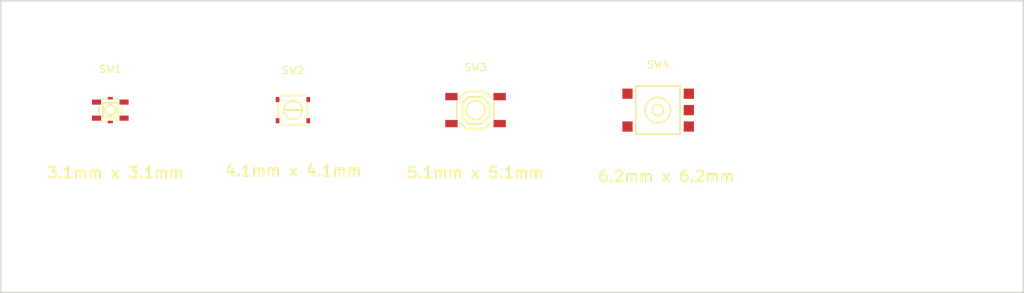
<source format=kicad_pcb>
(kicad_pcb (version 20240108) (generator "pcbnew") (generator_version "8.0")
  (layers (0 "F.Cu" signal) (31 "B.Cu" signal) (34 "B.Paste" user) (35 "F.Paste" user) (36 "B.SilkS" user "B.Silkscreen") (37 "F.SilkS" user "F.Silkscreen") (38 "B.Mask" user) (39 "F.Mask" user) (44 "Edge.Cuts" user))
  (net 0 "")
  (footprint "EasyEDA:SW-SMD_4P-L5.1-W5.1-P3.70-LS6.5-TL-2" (layer "F.Cu") (at 85 35)
    (property "Reference" "SW3" (at 0 -5.85 0) (layer "F.SilkS"))
    (property "Value" "1TS001G-1500-1700")
    (fp_line (start -2.55 -1.17) (end -2.55 1.17) (stroke (width 0.25)) (layer "F.SilkS"))
    (fp_line (start -2.17 1.66) (end -1.28 2.55) (stroke (width 0.25)) (layer "F.SilkS"))
    (fp_line (start -1.8 -1) (end -1 -1.8) (stroke (width 0.25)) (layer "F.SilkS"))
    (fp_line (start -1.8 1) (end -1.8 -1) (stroke (width 0.25)) (layer "F.SilkS"))
    (fp_line (start -1.28 -2.55) (end -2.17 -1.66) (stroke (width 0.25)) (layer "F.SilkS"))
    (fp_line (start -1.28 -2.55) (end 1.28 -2.55) (stroke (width 0.25)) (layer "F.SilkS"))
    (fp_line (start -1.28 2.55) (end 1.28 2.55) (stroke (width 0.25)) (layer "F.SilkS"))
    (fp_line (start -1 -1.8) (end 0.9 -1.8) (stroke (width 0.25)) (layer "F.SilkS"))
    (fp_line (start -0.9 1.9) (end -1.8 1) (stroke (width 0.25)) (layer "F.SilkS"))
    (fp_line (start 0.8 1.9) (end -0.9 1.9) (stroke (width 0.25)) (layer "F.SilkS"))
    (fp_line (start 0.9 -1.8) (end 1.8 -0.9) (stroke (width 0.25)) (layer "F.SilkS"))
    (fp_line (start 1.28 -2.55) (end 2.17 -1.66) (stroke (width 0.25)) (layer "F.SilkS"))
    (fp_line (start 1.8 -0.9) (end 1.8 0.9) (stroke (width 0.25)) (layer "F.SilkS"))
    (fp_line (start 1.8 0.9) (end 0.8 1.9) (stroke (width 0.25)) (layer "F.SilkS"))
    (fp_line (start 2.17 1.66) (end 1.28 2.55) (stroke (width 0.25)) (layer "F.SilkS"))
    (fp_line (start 2.55 -1.17) (end 2.55 1.17) (stroke (width 0.25)) (layer "F.SilkS"))
    (fp_circle (center 0 0) (end 1.28 0) (stroke (width 0.25)) (fill none) (layer "F.SilkS"))
    (pad "1" smd rect (at -3.3 -1.85) (size 1.7 1) (layers "F.Cu" "F.Paste" "F.Mask"))
    (pad "2" smd rect (at 3.3 -1.85) (size 1.7 1) (layers "F.Cu" "F.Paste" "F.Mask"))
    (pad "3" smd rect (at -3.3 1.85) (size 1.7 1) (layers "F.Cu" "F.Paste" "F.Mask"))
    (pad "4" smd rect (at 3.3 1.85) (size 1.7 1) (layers "F.Cu" "F.Paste" "F.Mask"))
  )
  (footprint "EasyEDA:SW-SMD_L3.1-W3.1-P2.20-LS4.0" (layer "F.Cu") (at 35 35)
    (property "Reference" "SW1" (at 0 -5.63 0) (layer "F.SilkS"))
    (property "Value" "TS-1077S-02026")
    (fp_line (start -1.55 0.42) (end -1.55 -0.42) (stroke (width 0.25)) (layer "F.SilkS"))
    (fp_line (start -1.14 -1.55) (end -0.58 -1.55) (stroke (width 0.25)) (layer "F.SilkS"))
    (fp_line (start -1 -1) (end 1 -1) (stroke (width 0.25)) (layer "F.SilkS"))
    (fp_line (start -1 1) (end -1 -1) (stroke (width 0.25)) (layer "F.SilkS"))
    (fp_line (start -0.58 1.55) (end -1.14 1.55) (stroke (width 0.25)) (layer "F.SilkS"))
    (fp_line (start 0.58 -1.55) (end 1.14 -1.55) (stroke (width 0.25)) (layer "F.SilkS"))
    (fp_line (start 1 -1) (end 1 1) (stroke (width 0.25)) (layer "F.SilkS"))
    (fp_line (start 1 1) (end -1 1) (stroke (width 0.25)) (layer "F.SilkS"))
    (fp_line (start 1.14 1.55) (end 0.58 1.55) (stroke (width 0.25)) (layer "F.SilkS"))
    (fp_line (start 1.55 -0.42) (end 1.55 0.42) (stroke (width 0.25)) (layer "F.SilkS"))
    (fp_circle (center 0 0) (end 0.7 0) (stroke (width 0.25)) (fill none) (layer "F.SilkS"))
    (pad "1" smd rect (at -1.88 -1.1 90) (size 0.7 1.25) (layers "F.Cu" "F.Paste" "F.Mask"))
    (pad "1" smd rect (at 1.88 -1.1 90) (size 0.7 1.25) (layers "F.Cu" "F.Paste" "F.Mask"))
    (pad "2" smd rect (at -1.88 1.1 90) (size 0.7 1.25) (layers "F.Cu" "F.Paste" "F.Mask"))
    (pad "2" smd rect (at 1.88 1.1 90) (size 0.7 1.25) (layers "F.Cu" "F.Paste" "F.Mask"))
    (pad "3" smd rect (at 0 1.63 180) (size 0.7 0.35) (layers "F.Cu" "F.Paste" "F.Mask"))
    (pad "4" smd rect (at 0 -1.63 180) (size 0.7 0.35) (layers "F.Cu" "F.Paste" "F.Mask"))
  )
  (footprint "EasyEDA:KEY-SMD_4P-L6.2-W6.5-P4.50-LS8.0_SKHMXX" (layer "F.Cu") (at 110 35)
    (property "Reference" "SW4" (at 0 -6.25 0) (layer "F.SilkS"))
    (property "Value" "TS-1080W-A5B3-D1")
    (fp_line (start -3.05 3.3) (end -3.05 -3.3) (stroke (width 0.25)) (layer "F.SilkS"))
    (fp_line (start -3 -3.3) (end 3 -3.3) (stroke (width 0.25)) (layer "F.SilkS"))
    (fp_line (start 3 -3.3) (end 3 3.3) (stroke (width 0.25)) (layer "F.SilkS"))
    (fp_line (start 3 3.3) (end -3.05 3.3) (stroke (width 0.25)) (layer "F.SilkS"))
    (fp_circle (center -0.05 0) (end 0.7 0) (stroke (width 0.25)) (fill none) (layer "F.SilkS"))
    (fp_circle (center -0.05 0) (end 1.7 0) (stroke (width 0.25)) (fill none) (layer "F.SilkS"))
    (pad "1" smd rect (at -4.2 -2.25) (size 1.4 1.4) (layers "F.Cu" "F.Paste" "F.Mask"))
    (pad "2" smd rect (at 4.2 -2.25) (size 1.4 1.4) (layers "F.Cu" "F.Paste" "F.Mask"))
    (pad "3" smd rect (at -4.2 2.25) (size 1.4 1.4) (layers "F.Cu" "F.Paste" "F.Mask"))
    (pad "4" smd rect (at 4.2 2.25) (size 1.4 1.4) (layers "F.Cu" "F.Paste" "F.Mask"))
    (pad "5" smd rect (at 4.2 0) (size 1.4 1.4) (layers "F.Cu" "F.Paste" "F.Mask"))
  )
  (footprint "EasyEDA:KEY-SMD_4P-L4.0-W4.0_EVQP6DB35" (layer "F.Cu") (at 60 35)
    (property "Reference" "SW2" (at 0 -5.45 0) (layer "F.SilkS"))
    (property "Value" "EVQP6DB35")
    (fp_line (start -2 -0.87) (end -2 0.87) (stroke (width 0.25)) (layer "F.SilkS"))
    (fp_line (start -1.64 2) (end 1.64 2) (stroke (width 0.25)) (layer "F.SilkS"))
    (fp_line (start -1 0) (end 1.16 0) (stroke (width 0.25)) (layer "F.SilkS"))
    (fp_line (start 0 -2) (end -1.64 -2) (stroke (width 0.25)) (layer "F.SilkS"))
    (fp_line (start 0 -2) (end 1.64 -2) (stroke (width 0.25)) (layer "F.SilkS"))
    (fp_line (start 2 0.87) (end 2 -0.87) (stroke (width 0.25)) (layer "F.SilkS"))
    (fp_circle (center 0 0) (end 1.27 0) (stroke (width 0.25)) (fill none) (layer "F.SilkS"))
    (pad "1" smd rect (at -2.1 1.45) (size 0.5 0.7) (layers "F.Cu" "F.Paste" "F.Mask"))
    (pad "2" smd rect (at -2.1 -1.45) (size 0.5 0.7) (layers "F.Cu" "F.Paste" "F.Mask"))
    (pad "3" smd rect (at 2.1 1.45) (size 0.5 0.7) (layers "F.Cu" "F.Paste" "F.Mask"))
    (pad "4" smd rect (at 2.1 -1.45) (size 0.5 0.7) (layers "F.Cu" "F.Paste" "F.Mask"))
  )
  (gr_rect (start 20 20) (end 160 60) (stroke (width 0.2)) (fill none) (layer "Edge.Cuts"))
  (gr_text "4.1mm x 4.1mm\n" (at 50.546 44.196 0) (layer "F.SilkS") (effects (font (size 1.5 1.5) (thickness 0.3) (bold yes)) (justify left bottom)))
  (gr_text "6.2mm x 6.2mm" (at 101.6 44.958 0) (layer "F.SilkS") (effects (font (size 1.5 1.5) (thickness 0.3) (bold yes)) (justify left bottom)))
  (gr_text "3.1mm x 3.1mm\n" (at 26.162 44.45 0) (layer "F.SilkS") (effects (font (size 1.5 1.5) (thickness 0.3) (bold yes)) (justify left bottom)))
  (gr_text "5.1mm x 5.1mm" (at 75.438 44.45 0) (layer "F.SilkS") (effects (font (size 1.5 1.5) (thickness 0.3) (bold yes)) (justify left bottom)))
)
</source>
